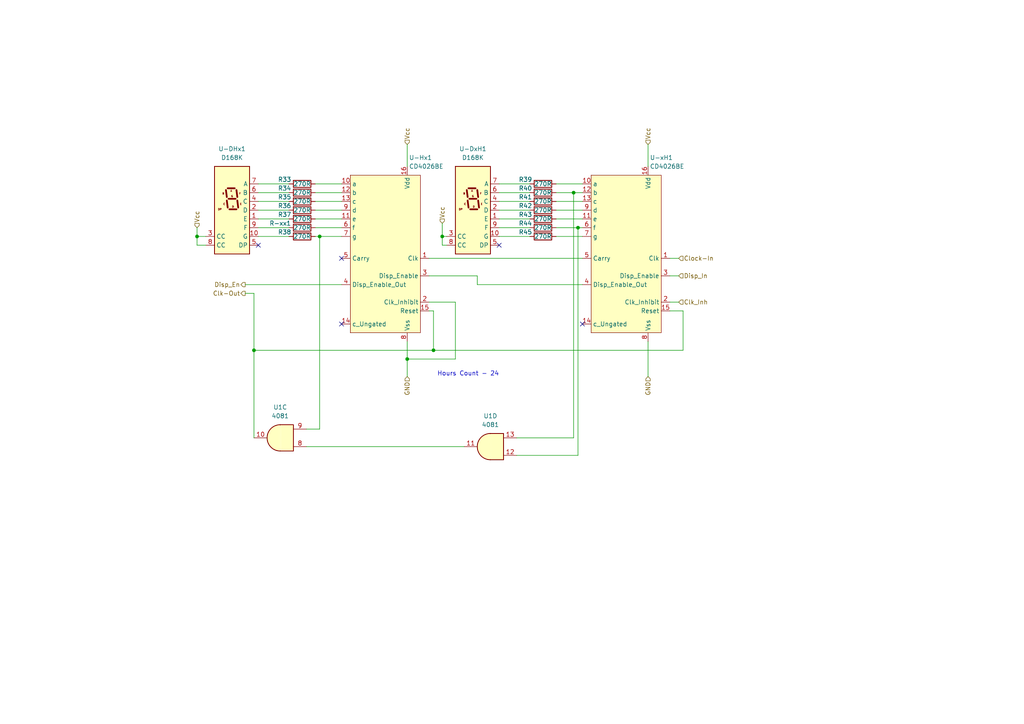
<source format=kicad_sch>
(kicad_sch (version 20250114) (generator "eeschema") (generator_version "9.0")
  (paper "A4")
  (title_block (title "Hours Counter") (date "2023-12-24") (rev "1.0") (company "Akbar Q"))
  (lib_symbols
    (symbol "4xxx:4081" (pin_names (offset 1.016))
      (property "Reference" "U" (at 0 1.27 0))
      (property "Value" "4081" (at 0 -1.27 0))
      (symbol "4081_1_1"
        (arc (start 0 3.81) (mid 3.7934 0) (end 0 -3.81) (stroke (width 0.254)) (fill (type background)))
        (polyline (pts (xy 0 3.81) (xy -3.81 3.81) (xy -3.81 -3.81) (xy 0 -3.81)) (stroke (width 0.254)) (fill (type background)))
        (pin input line (at -7.62 2.54 0) (length 3.81) (name "~") (number "1"))
        (pin input line (at -7.62 -2.54 0) (length 3.81) (name "~") (number "2"))
        (pin output line (at 7.62 0 180) (length 3.81) (name "~") (number "3"))
      )
      (symbol "4081_1_2"
        (arc (start -3.81 3.81) (mid -2.589 0) (end -3.81 -3.81) (stroke (width 0.254)))
        (polyline (pts (xy -3.81 3.81) (xy -0.635 3.81)) (stroke (width 0.254)) (fill (type background)))
        (polyline (pts (xy -3.81 -3.81) (xy -0.635 -3.81)) (stroke (width 0.254)) (fill (type background)))
        (arc (start 3.81 0) (mid 2.1855 -2.584) (end -0.6096 -3.81) (stroke (width 0.254)) (fill (type background)))
        (arc (start -0.6096 3.81) (mid 2.1929 2.5925) (end 3.81 0) (stroke (width 0.254)) (fill (type background)))
        (polyline (pts (xy -0.635 3.81) (xy -3.81 3.81) (xy -3.81 3.81) (xy -3.556 3.4036) (xy -3.0226 2.2606) (xy -2.6924 1.0414) (xy -2.6162 -0.254) (xy -2.7686 -1.4986) (xy -3.175 -2.7178) (xy -3.81 -3.81) (xy -3.81 -3.81) (xy -0.635 -3.81)) (stroke (width -25.4)) (fill (type background)))
        (pin input inverted (at -7.62 2.54 0) (length 4.318) (name "~") (number "1"))
        (pin input inverted (at -7.62 -2.54 0) (length 4.318) (name "~") (number "2"))
        (pin output inverted (at 7.62 0 180) (length 3.81) (name "~") (number "3"))
      )
      (symbol "4081_2_1"
        (arc (start 0 3.81) (mid 3.7934 0) (end 0 -3.81) (stroke (width 0.254)) (fill (type background)))
        (polyline (pts (xy 0 3.81) (xy -3.81 3.81) (xy -3.81 -3.81) (xy 0 -3.81)) (stroke (width 0.254)) (fill (type background)))
        (pin input line (at -7.62 2.54 0) (length 3.81) (name "~") (number "5"))
        (pin input line (at -7.62 -2.54 0) (length 3.81) (name "~") (number "6"))
        (pin output line (at 7.62 0 180) (length 3.81) (name "~") (number "4"))
      )
      (symbol "4081_2_2"
        (arc (start -3.81 3.81) (mid -2.589 0) (end -3.81 -3.81) (stroke (width 0.254)))
        (polyline (pts (xy -3.81 3.81) (xy -0.635 3.81)) (stroke (width 0.254)) (fill (type background)))
        (polyline (pts (xy -3.81 -3.81) (xy -0.635 -3.81)) (stroke (width 0.254)) (fill (type background)))
        (arc (start 3.81 0) (mid 2.1855 -2.584) (end -0.6096 -3.81) (stroke (width 0.254)) (fill (type background)))
        (arc (start -0.6096 3.81) (mid 2.1929 2.5925) (end 3.81 0) (stroke (width 0.254)) (fill (type background)))
        (polyline (pts (xy -0.635 3.81) (xy -3.81 3.81) (xy -3.81 3.81) (xy -3.556 3.4036) (xy -3.0226 2.2606) (xy -2.6924 1.0414) (xy -2.6162 -0.254) (xy -2.7686 -1.4986) (xy -3.175 -2.7178) (xy -3.81 -3.81) (xy -3.81 -3.81) (xy -0.635 -3.81)) (stroke (width -25.4)) (fill (type background)))
        (pin input inverted (at -7.62 2.54 0) (length 4.318) (name "~") (number "5"))
        (pin input inverted (at -7.62 -2.54 0) (length 4.318) (name "~") (number "6"))
        (pin output inverted (at 7.62 0 180) (length 3.81) (name "~") (number "4"))
      )
      (symbol "4081_3_1"
        (arc (start 0 3.81) (mid 3.7934 0) (end 0 -3.81) (stroke (width 0.254)) (fill (type background)))
        (polyline (pts (xy 0 3.81) (xy -3.81 3.81) (xy -3.81 -3.81) (xy 0 -3.81)) (stroke (width 0.254)) (fill (type background)))
        (pin input line (at -7.62 2.54 0) (length 3.81) (name "~") (number "8"))
        (pin input line (at -7.62 -2.54 0) (length 3.81) (name "~") (number "9"))
        (pin output line (at 7.62 0 180) (length 3.81) (name "~") (number "10"))
      )
      (symbol "4081_3_2"
        (arc (start -3.81 3.81) (mid -2.589 0) (end -3.81 -3.81) (stroke (width 0.254)))
        (polyline (pts (xy -3.81 3.81) (xy -0.635 3.81)) (stroke (width 0.254)) (fill (type background)))
        (polyline (pts (xy -3.81 -3.81) (xy -0.635 -3.81)) (stroke (width 0.254)) (fill (type background)))
        (arc (start 3.81 0) (mid 2.1855 -2.584) (end -0.6096 -3.81) (stroke (width 0.254)) (fill (type background)))
        (arc (start -0.6096 3.81) (mid 2.1929 2.5925) (end 3.81 0) (stroke (width 0.254)) (fill (type background)))
        (polyline (pts (xy -0.635 3.81) (xy -3.81 3.81) (xy -3.81 3.81) (xy -3.556 3.4036) (xy -3.0226 2.2606) (xy -2.6924 1.0414) (xy -2.6162 -0.254) (xy -2.7686 -1.4986) (xy -3.175 -2.7178) (xy -3.81 -3.81) (xy -3.81 -3.81) (xy -0.635 -3.81)) (stroke (width -25.4)) (fill (type background)))
        (pin input inverted (at -7.62 2.54 0) (length 4.318) (name "~") (number "8"))
        (pin input inverted (at -7.62 -2.54 0) (length 4.318) (name "~") (number "9"))
        (pin output inverted (at 7.62 0 180) (length 3.81) (name "~") (number "10"))
      )
      (symbol "4081_4_1"
        (arc (start 0 3.81) (mid 3.7934 0) (end 0 -3.81) (stroke (width 0.254)) (fill (type background)))
        (polyline (pts (xy 0 3.81) (xy -3.81 3.81) (xy -3.81 -3.81) (xy 0 -3.81)) (stroke (width 0.254)) (fill (type background)))
        (pin input line (at -7.62 2.54 0) (length 3.81) (name "~") (number "12"))
        (pin input line (at -7.62 -2.54 0) (length 3.81) (name "~") (number "13"))
        (pin output line (at 7.62 0 180) (length 3.81) (name "~") (number "11"))
      )
      (symbol "4081_4_2"
        (arc (start -3.81 3.81) (mid -2.589 0) (end -3.81 -3.81) (stroke (width 0.254)))
        (polyline (pts (xy -3.81 3.81) (xy -0.635 3.81)) (stroke (width 0.254)) (fill (type background)))
        (polyline (pts (xy -3.81 -3.81) (xy -0.635 -3.81)) (stroke (width 0.254)) (fill (type background)))
        (arc (start 3.81 0) (mid 2.1855 -2.584) (end -0.6096 -3.81) (stroke (width 0.254)) (fill (type background)))
        (arc (start -0.6096 3.81) (mid 2.1929 2.5925) (end 3.81 0) (stroke (width 0.254)) (fill (type background)))
        (polyline (pts (xy -0.635 3.81) (xy -3.81 3.81) (xy -3.81 3.81) (xy -3.556 3.4036) (xy -3.0226 2.2606) (xy -2.6924 1.0414) (xy -2.6162 -0.254) (xy -2.7686 -1.4986) (xy -3.175 -2.7178) (xy -3.81 -3.81) (xy -3.81 -3.81) (xy -0.635 -3.81)) (stroke (width -25.4)) (fill (type background)))
        (pin input inverted (at -7.62 2.54 0) (length 4.318) (name "~") (number "12"))
        (pin input inverted (at -7.62 -2.54 0) (length 4.318) (name "~") (number "13"))
        (pin output inverted (at 7.62 0 180) (length 3.81) (name "~") (number "11"))
      )
      (symbol "4081_5_0"
        (pin power_in line (at 0 12.7 270) (length 5.08) (name "VDD") (number "14"))
        (pin power_in line (at 0 -12.7 90) (length 5.08) (name "VSS") (number "7"))
      )
      (symbol "4081_5_1"
        (rectangle (start -5.08 7.62) (end 5.08 -7.62) (stroke (width 0.254)) (fill (type background)))
      )
    )
    (symbol "Clock:CD4026BE"
      (property "Reference" "U?" (at 4.3306 27.94 0))
      (property "Value" "CD4026BE" (at 4.3306 25.4 0))
      (symbol "CD4026BE_0_1"
        (rectangle (start -10.16 22.86) (end 10.16 -22.86) (fill (type background)))
      )
      (symbol "CD4026BE_1_1"
        (pin input line (at -12.7 -1.27 0) (length 2.54) (name "Clk") (number "1"))
        (pin input line (at -12.7 -6.35 0) (length 2.54) (name "Disp_Enable") (number "3"))
        (pin input line (at -12.7 -13.97 0) (length 2.54) (name "Clk_Inhibit") (number "2"))
        (pin input line (at -12.7 -16.51 0) (length 2.54) (name "Reset") (number "15"))
        (pin power_in line (at -6.35 25.4 270) (length 2.54) (name "Vdd") (number "16"))
        (pin power_in line (at -6.35 -25.4 90) (length 2.54) (name "Vss") (number "8"))
        (pin output line (at 12.7 20.32 180) (length 2.54) (name "a") (number "10"))
        (pin output line (at 12.7 17.78 180) (length 2.54) (name "b") (number "12"))
        (pin output line (at 12.7 15.24 180) (length 2.54) (name "c") (number "13"))
        (pin output line (at 12.7 12.7 180) (length 2.54) (name "d") (number "9"))
        (pin output line (at 12.7 10.16 180) (length 2.54) (name "e") (number "11"))
        (pin output line (at 12.7 7.62 180) (length 2.54) (name "f") (number "6"))
        (pin output line (at 12.7 5.08 180) (length 2.54) (name "g") (number "7"))
        (pin output line (at 12.7 -1.27 180) (length 2.54) (name "Carry") (number "5"))
        (pin output line (at 12.7 -8.89 180) (length 2.54) (name "Disp_Enable_Out") (number "4"))
        (pin output line (at 12.7 -20.32 180) (length 2.54) (name "c_Ungated") (number "14"))
      )
    )
    (symbol "Device:R" (pin_numbers (hide yes)) (pin_names (offset 0))
      (property "Reference" "R" (at 2.032 0 90))
      (property "Value" "R" (at 0 0 90))
      (symbol "R_0_1"
        (rectangle (start -1.016 -2.54) (end 1.016 2.54) (stroke (width 0.254)))
      )
      (symbol "R_1_1"
        (pin passive line (at 0 3.81 270) (length 1.27) (name "~") (number "1"))
        (pin passive line (at 0 -3.81 90) (length 1.27) (name "~") (number "2"))
      )
    )
    (symbol "Display_Character:D168K"
      (property "Reference" "U" (at -2.54 13.97 0))
      (property "Value" "D168K" (at 1.27 13.97 0))
      (symbol "D168K_0_0"
        (text "E" (at -2.54 1.778 0) (effects (font (size 0.508 0.508))))
        (text "F" (at -2.286 4.826 0) (effects (font (size 0.508 0.508))))
        (text "D" (at -0.254 1.016 0) (effects (font (size 0.508 0.508))))
        (text "G" (at 0 4.064 0) (effects (font (size 0.508 0.508))))
        (text "A" (at 0.254 5.588 0) (effects (font (size 0.508 0.508))))
        (text "C" (at 2.286 1.778 0) (effects (font (size 0.508 0.508))))
        (text "B" (at 2.54 4.826 0) (effects (font (size 0.508 0.508))))
        (text "DP" (at 3.556 0.254 0) (effects (font (size 0.508 0.508))))
      )
      (symbol "D168K_0_1"
        (rectangle (start -5.08 12.7) (end 5.08 -12.7) (stroke (width 0.254)) (fill (type background)))
        (polyline (pts (xy -1.524 2.794) (xy -1.778 0.762)) (stroke (width 0.508)))
        (polyline (pts (xy -1.27 5.842) (xy -1.524 3.81)) (stroke (width 0.508)))
        (polyline (pts (xy -1.27 0.254) (xy 0.762 0.254)) (stroke (width 0.508)))
        (polyline (pts (xy -1.016 3.302) (xy 1.016 3.302)) (stroke (width 0.508)))
        (polyline (pts (xy -0.762 6.35) (xy 1.27 6.35)) (stroke (width 0.508)))
        (polyline (pts (xy 1.524 2.794) (xy 1.27 0.762)) (stroke (width 0.508)))
        (polyline (pts (xy 1.778 5.842) (xy 1.524 3.81)) (stroke (width 0.508)))
        (polyline (pts (xy 2.54 0.254) (xy 2.54 0.254)) (stroke (width 0.508)))
      )
      (symbol "D168K_1_1"
        (pin input line (at -7.62 7.62 0) (length 2.54) (name "A") (number "7"))
        (pin input line (at -7.62 5.08 0) (length 2.54) (name "B") (number "6"))
        (pin input line (at -7.62 2.54 0) (length 2.54) (name "C") (number "4"))
        (pin input line (at -7.62 0 0) (length 2.54) (name "D") (number "2"))
        (pin input line (at -7.62 -2.54 0) (length 2.54) (name "E") (number "1"))
        (pin input line (at -7.62 -5.08 0) (length 2.54) (name "F") (number "9"))
        (pin input line (at -7.62 -7.62 0) (length 2.54) (name "G") (number "10"))
        (pin input line (at -7.62 -10.16 0) (length 2.54) (name "DP") (number "5"))
        (pin input line (at 7.62 -7.62 180) (length 2.54) (name "CC") (number "3"))
        (pin input line (at 7.62 -10.16 180) (length 2.54) (name "CC") (number "8"))
      )
    )
  )
  (text "Hours Count - 24\n" (at 144.78 109.22 0) (effects (font (size 1.27 1.27)) (justify right bottom)))
  (junction (at 125.73 101.6))
  (junction (at 73.66 101.6))
  (junction (at 128.27 68.58))
  (junction (at 57.15 68.58))
  (junction (at 166.37 55.88))
  (junction (at 92.71 68.58))
  (junction (at 167.64 66.04))
  (junction (at 118.11 104.14))
  (no_connect (at 168.91 93.98))
  (no_connect (at 99.06 93.98))
  (no_connect (at 99.06 74.93))
  (no_connect (at 74.93 71.12))
  (no_connect (at 144.78 71.12))
  (wire (pts (xy 161.29 66.04) (xy 167.64 66.04)))
  (wire (pts (xy 88.9 129.54) (xy 134.62 129.54)))
  (wire (pts (xy 144.78 66.04) (xy 153.67 66.04)))
  (wire (pts (xy 74.93 55.88) (xy 83.82 55.88)))
  (wire (pts (xy 74.93 68.58) (xy 83.82 68.58)))
  (wire (pts (xy 74.93 60.96) (xy 83.82 60.96)))
  (wire (pts (xy 57.15 71.12) (xy 57.15 68.58)))
  (wire (pts (xy 138.43 82.55) (xy 138.43 80.01)))
  (wire (pts (xy 166.37 127) (xy 166.37 55.88)))
  (wire (pts (xy 198.12 101.6) (xy 125.73 101.6)))
  (wire (pts (xy 132.08 87.63) (xy 132.08 104.14)))
  (wire (pts (xy 166.37 55.88) (xy 168.91 55.88)))
  (wire (pts (xy 161.29 60.96) (xy 168.91 60.96)))
  (wire (pts (xy 187.96 41.91) (xy 187.96 48.26)))
  (wire (pts (xy 99.06 82.55) (xy 71.12 82.55)))
  (wire (pts (xy 149.86 127) (xy 166.37 127)))
  (wire (pts (xy 59.69 71.12) (xy 57.15 71.12)))
  (wire (pts (xy 129.54 71.12) (xy 128.27 71.12)))
  (wire (pts (xy 198.12 90.17) (xy 198.12 101.6)))
  (wire (pts (xy 91.44 63.5) (xy 99.06 63.5)))
  (wire (pts (xy 144.78 58.42) (xy 153.67 58.42)))
  (wire (pts (xy 73.66 101.6) (xy 125.73 101.6)))
  (wire (pts (xy 92.71 68.58) (xy 99.06 68.58)))
  (wire (pts (xy 132.08 104.14) (xy 118.11 104.14)))
  (wire (pts (xy 144.78 68.58) (xy 153.67 68.58)))
  (wire (pts (xy 124.46 74.93) (xy 168.91 74.93)))
  (wire (pts (xy 161.29 53.34) (xy 168.91 53.34)))
  (wire (pts (xy 91.44 68.58) (xy 92.71 68.58)))
  (wire (pts (xy 149.86 132.08) (xy 167.64 132.08)))
  (wire (pts (xy 74.93 58.42) (xy 83.82 58.42)))
  (wire (pts (xy 91.44 53.34) (xy 99.06 53.34)))
  (wire (pts (xy 194.31 80.01) (xy 196.85 80.01)))
  (wire (pts (xy 138.43 82.55) (xy 168.91 82.55)))
  (wire (pts (xy 124.46 90.17) (xy 125.73 90.17)))
  (wire (pts (xy 74.93 63.5) (xy 83.82 63.5)))
  (wire (pts (xy 161.29 63.5) (xy 168.91 63.5)))
  (wire (pts (xy 74.93 53.34) (xy 83.82 53.34)))
  (wire (pts (xy 161.29 55.88) (xy 166.37 55.88)))
  (wire (pts (xy 194.31 90.17) (xy 198.12 90.17)))
  (wire (pts (xy 128.27 68.58) (xy 129.54 68.58)))
  (wire (pts (xy 161.29 58.42) (xy 168.91 58.42)))
  (wire (pts (xy 118.11 99.06) (xy 118.11 104.14)))
  (wire (pts (xy 167.64 66.04) (xy 168.91 66.04)))
  (wire (pts (xy 91.44 55.88) (xy 99.06 55.88)))
  (wire (pts (xy 88.9 124.46) (xy 92.71 124.46)))
  (wire (pts (xy 92.71 124.46) (xy 92.71 68.58)))
  (wire (pts (xy 167.64 132.08) (xy 167.64 66.04)))
  (wire (pts (xy 118.11 41.91) (xy 118.11 48.26)))
  (wire (pts (xy 144.78 63.5) (xy 153.67 63.5)))
  (wire (pts (xy 91.44 60.96) (xy 99.06 60.96)))
  (wire (pts (xy 144.78 53.34) (xy 153.67 53.34)))
  (wire (pts (xy 144.78 60.96) (xy 153.67 60.96)))
  (wire (pts (xy 124.46 87.63) (xy 132.08 87.63)))
  (wire (pts (xy 187.96 99.06) (xy 187.96 109.22)))
  (wire (pts (xy 194.31 74.93) (xy 196.85 74.93)))
  (wire (pts (xy 71.12 85.09) (xy 73.66 85.09)))
  (wire (pts (xy 91.44 58.42) (xy 99.06 58.42)))
  (wire (pts (xy 118.11 109.22) (xy 118.11 104.14)))
  (wire (pts (xy 91.44 66.04) (xy 99.06 66.04)))
  (wire (pts (xy 125.73 90.17) (xy 125.73 101.6)))
  (wire (pts (xy 57.15 68.58) (xy 59.69 68.58)))
  (wire (pts (xy 73.66 101.6) (xy 73.66 127)))
  (wire (pts (xy 144.78 55.88) (xy 153.67 55.88)))
  (wire (pts (xy 161.29 68.58) (xy 168.91 68.58)))
  (wire (pts (xy 128.27 71.12) (xy 128.27 68.58)))
  (wire (pts (xy 194.31 87.63) (xy 196.85 87.63)))
  (wire (pts (xy 128.27 68.58) (xy 128.27 64.77)))
  (wire (pts (xy 73.66 85.09) (xy 73.66 101.6)))
  (wire (pts (xy 57.15 68.58) (xy 57.15 66.04)))
  (wire (pts (xy 74.93 66.04) (xy 83.82 66.04)))
  (wire (pts (xy 138.43 80.01) (xy 124.46 80.01)))
  (hierarchical_label "Vcc" (shape input) (at 118.11 41.91 90))
  (hierarchical_label "Clk_Inh" (shape input) (at 196.85 87.63 0))
  (hierarchical_label "Vcc" (shape input) (at 57.15 66.04 90))
  (hierarchical_label "Vcc" (shape input) (at 187.96 41.91 90))
  (hierarchical_label "Clk-Out" (shape output) (at 71.12 85.09 180))
  (hierarchical_label "GND" (shape input) (at 118.11 109.22 270))
  (hierarchical_label "GND" (shape input) (at 187.96 109.22 270))
  (hierarchical_label "Clock-In" (shape input) (at 196.85 74.93 0))
  (hierarchical_label "Vcc" (shape input) (at 128.27 64.77 90))
  (hierarchical_label "Disp_In" (shape input) (at 196.85 80.01 0))
  (hierarchical_label "Disp_En" (shape output) (at 71.12 82.55 180))
  (symbol (lib_id "Display_Character:D168K") (at 137.16 60.96 0) (mirror y) (unit 1)
    (property "Reference" "U-DxH1" (at 137.16 43.18 0))
    (property "Value" "D168K" (at 137.16 45.72 0))
    (property "Footprint" "Display_7Segment:D1X8K" (effects (hide yes)))
    (property "Datasheet" "https://ia800903.us.archive.org/24/items/CTKD1x8K/Cromatek%20D168K.pdf" (effects (hide yes)))
  )
  (symbol (lib_id "Device:R") (at 157.48 60.96 90) (unit 1)
    (property "Reference" "R42" (at 152.4 59.69 90))
    (property "Value" "270R" (at 157.48 60.96 90))
    (property "Footprint" "Resistor_THT:R_Axial_DIN0204_L3.6mm_D1.6mm_P7.62mm_Horizontal" (effects (hide yes)))
  )
  (symbol (lib_id "4xxx:4081") (at 142.24 129.54 180) (unit 4)
    (property "Reference" "U1" (at 142.24 120.65 0))
    (property "Value" "4081" (at 142.24 123.19 0))
    (property "Footprint" "Package_DIP:DIP-14_W7.62mm_Socket_LongPads" (effects (hide yes)))
    (property "Datasheet" "http://www.intersil.com/content/dam/Intersil/documents/cd40/cd4073bms-81bms-82bms.pdf" (effects (hide yes)))
  )
  (symbol (lib_id "Device:R") (at 157.48 53.34 90) (unit 1)
    (property "Reference" "R39" (at 152.4 52.07 90))
    (property "Value" "270R" (at 157.48 53.34 90))
    (property "Footprint" "Resistor_THT:R_Axial_DIN0204_L3.6mm_D1.6mm_P7.62mm_Horizontal" (effects (hide yes)))
  )
  (symbol (lib_id "Device:R") (at 87.63 55.88 90) (unit 1)
    (property "Reference" "R34" (at 82.55 54.61 90))
    (property "Value" "270R" (at 87.63 55.88 90))
    (property "Footprint" "Resistor_THT:R_Axial_DIN0204_L3.6mm_D1.6mm_P7.62mm_Horizontal" (effects (hide yes)))
  )
  (symbol (lib_id "Device:R") (at 87.63 60.96 90) (unit 1)
    (property "Reference" "R36" (at 82.55 59.69 90))
    (property "Value" "270R" (at 87.63 60.96 90))
    (property "Footprint" "Resistor_THT:R_Axial_DIN0204_L3.6mm_D1.6mm_P7.62mm_Horizontal" (effects (hide yes)))
  )
  (symbol (lib_id "Device:R") (at 87.63 68.58 90) (unit 1)
    (property "Reference" "R38" (at 82.55 67.31 90))
    (property "Value" "270R" (at 87.63 68.58 90))
    (property "Footprint" "Resistor_THT:R_Axial_DIN0204_L3.6mm_D1.6mm_P7.62mm_Horizontal" (effects (hide yes)))
  )
  (symbol (lib_id "Display_Character:D168K") (at 67.31 60.96 0) (mirror y) (unit 1)
    (property "Reference" "U-DHx1" (at 67.31 43.18 0))
    (property "Value" "D168K" (at 67.31 45.72 0))
    (property "Footprint" "Display_7Segment:D1X8K" (effects (hide yes)))
    (property "Datasheet" "https://ia800903.us.archive.org/24/items/CTKD1x8K/Cromatek%20D168K.pdf" (effects (hide yes)))
  )
  (symbol (lib_id "Device:R") (at 87.63 66.04 90) (unit 1)
    (property "Reference" "R-xx1" (at 81.28 64.77 90))
    (property "Value" "270R" (at 87.63 66.04 90))
    (property "Footprint" "Resistor_THT:R_Axial_DIN0204_L3.6mm_D1.6mm_P7.62mm_Horizontal" (effects (hide yes)))
  )
  (symbol (lib_id "Device:R") (at 157.48 58.42 90) (unit 1)
    (property "Reference" "R41" (at 152.4 57.15 90))
    (property "Value" "270R" (at 157.48 58.42 90))
    (property "Footprint" "Resistor_THT:R_Axial_DIN0204_L3.6mm_D1.6mm_P7.62mm_Horizontal" (effects (hide yes)))
  )
  (symbol (lib_id "Clock:CD4026BE") (at 111.76 73.66 0) (mirror y) (unit 1)
    (property "Reference" "U-Hx1" (at 118.6306 45.72 0) (effects (justify right)))
    (property "Value" "CD4026BE" (at 118.6306 48.26 0) (effects (justify right)))
    (property "Footprint" "Package_DIP:DIP-16_W10.16mm_LongPads" (effects (hide yes)))
  )
  (symbol (lib_id "Device:R") (at 157.48 66.04 90) (unit 1)
    (property "Reference" "R44" (at 152.4 64.77 90))
    (property "Value" "270R" (at 157.48 66.04 90))
    (property "Footprint" "Resistor_THT:R_Axial_DIN0204_L3.6mm_D1.6mm_P7.62mm_Horizontal" (effects (hide yes)))
  )
  (symbol (lib_id "Device:R") (at 157.48 68.58 90) (unit 1)
    (property "Reference" "R45" (at 152.4 67.31 90))
    (property "Value" "270R" (at 157.48 68.58 90))
    (property "Footprint" "Resistor_THT:R_Axial_DIN0204_L3.6mm_D1.6mm_P7.62mm_Horizontal" (effects (hide yes)))
  )
  (symbol (lib_id "Device:R") (at 87.63 53.34 90) (unit 1)
    (property "Reference" "R33" (at 82.55 52.07 90))
    (property "Value" "270R" (at 87.63 53.34 90))
    (property "Footprint" "Resistor_THT:R_Axial_DIN0204_L3.6mm_D1.6mm_P7.62mm_Horizontal" (effects (hide yes)))
  )
  (symbol (lib_id "Device:R") (at 157.48 63.5 90) (unit 1)
    (property "Reference" "R43" (at 152.4 62.23 90))
    (property "Value" "270R" (at 157.48 63.5 90))
    (property "Footprint" "Resistor_THT:R_Axial_DIN0204_L3.6mm_D1.6mm_P7.62mm_Horizontal" (effects (hide yes)))
  )
  (symbol (lib_id "4xxx:4081") (at 81.28 127 180) (unit 3)
    (property "Reference" "U1" (at 81.28 118.11 0))
    (property "Value" "4081" (at 81.28 120.65 0))
    (property "Footprint" "Package_DIP:DIP-14_W7.62mm_Socket_LongPads" (effects (hide yes)))
    (property "Datasheet" "http://www.intersil.com/content/dam/Intersil/documents/cd40/cd4073bms-81bms-82bms.pdf" (effects (hide yes)))
  )
  (symbol (lib_id "Device:R") (at 87.63 58.42 90) (unit 1)
    (property "Reference" "R35" (at 82.55 57.15 90))
    (property "Value" "270R" (at 87.63 58.42 90))
    (property "Footprint" "Resistor_THT:R_Axial_DIN0204_L3.6mm_D1.6mm_P7.62mm_Horizontal" (effects (hide yes)))
  )
  (symbol (lib_id "Device:R") (at 157.48 55.88 90) (unit 1)
    (property "Reference" "R40" (at 152.4 54.61 90))
    (property "Value" "270R" (at 157.48 55.88 90))
    (property "Footprint" "Resistor_THT:R_Axial_DIN0204_L3.6mm_D1.6mm_P7.62mm_Horizontal" (effects (hide yes)))
  )
  (symbol (lib_id "Clock:CD4026BE") (at 181.61 73.66 0) (mirror y) (unit 1)
    (property "Reference" "U-xH1" (at 188.4806 45.72 0) (effects (justify right)))
    (property "Value" "CD4026BE" (at 188.4806 48.26 0) (effects (justify right)))
    (property "Footprint" "Package_DIP:DIP-16_W10.16mm_LongPads" (effects (hide yes)))
  )
  (symbol (lib_id "Device:R") (at 87.63 63.5 90) (unit 1)
    (property "Reference" "R37" (at 82.55 62.23 90))
    (property "Value" "270R" (at 87.63 63.5 90))
    (property "Footprint" "Resistor_THT:R_Axial_DIN0204_L3.6mm_D1.6mm_P7.62mm_Horizontal" (effects (hide yes)))
  )
)
</source>
